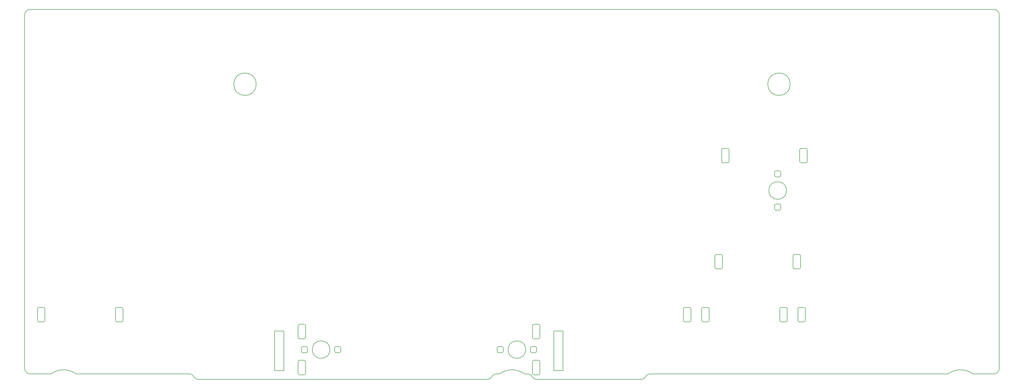
<source format=gbr>
%TF.GenerationSoftware,KiCad,Pcbnew,8.0.4*%
%TF.CreationDate,2024-08-25T19:59:21+07:00*%
%TF.ProjectId,NCR80 ALPS SKFL,4e435238-3020-4414-9c50-5320534b464c,rev?*%
%TF.SameCoordinates,Original*%
%TF.FileFunction,Profile,NP*%
%FSLAX46Y46*%
G04 Gerber Fmt 4.6, Leading zero omitted, Abs format (unit mm)*
G04 Created by KiCad (PCBNEW 8.0.4) date 2024-08-25 19:59:21*
%MOMM*%
%LPD*%
G01*
G04 APERTURE LIST*
%TA.AperFunction,Profile*%
%ADD10C,0.200000*%
%TD*%
G04 APERTURE END LIST*
D10*
X192375107Y-132750100D02*
G75*
G02*
X192878841Y-132250121I499993J0D01*
G01*
X110724900Y-134449705D02*
G75*
G02*
X110224895Y-133949700I0J500005D01*
G01*
X249416200Y-118175000D02*
G75*
G02*
X249916251Y-118682171I-100J-500200D01*
G01*
X109064893Y-137724700D02*
G75*
G02*
X109568216Y-137224704I500007J0D01*
G01*
X111734893Y-137724700D02*
X111734893Y-141934700D01*
X111924900Y-132249705D02*
G75*
G02*
X112424895Y-132749700I0J-499995D01*
G01*
X279887084Y-81575000D02*
X279887100Y-82775000D01*
X120450107Y-133350121D02*
G75*
G02*
X114150107Y-133350121I-3150000J0D01*
G01*
X114150107Y-133350121D02*
G75*
G02*
X120450107Y-133350121I3150000J0D01*
G01*
X15621250Y-122885000D02*
X15621250Y-118675000D01*
X284137500Y-76200000D02*
G75*
G02*
X277837500Y-76200000I-3150000J0D01*
G01*
X277837500Y-76200000D02*
G75*
G02*
X284137500Y-76200000I3150000J0D01*
G01*
X195235100Y-137224705D02*
G75*
G02*
X195735095Y-137724705I0J-499995D01*
G01*
X281587100Y-81075000D02*
X280383100Y-81075000D01*
X259008800Y-104335000D02*
G75*
G02*
X258508750Y-103841900I100J500200D01*
G01*
X18291250Y-122885030D02*
G75*
G02*
X17791280Y-123384950I-499950J30D01*
G01*
X291060000Y-61025000D02*
G75*
G02*
X291560000Y-61525000I0J-500000D01*
G01*
X287008800Y-104335000D02*
X288678750Y-104335000D01*
X195735107Y-141934700D02*
X195735107Y-137724705D01*
X112424893Y-133949700D02*
G75*
G02*
X111924893Y-134449693I-499993J0D01*
G01*
X180424893Y-132749700D02*
G75*
G02*
X180921436Y-132249705I500007J0D01*
G01*
X253746250Y-118675000D02*
G75*
G02*
X254246250Y-118174950I500050J0D01*
G01*
X284416250Y-122885000D02*
X284416250Y-118668029D01*
X291560000Y-65735000D02*
G75*
G02*
X291060000Y-66235000I-500000J0D01*
G01*
X256416250Y-122885000D02*
X256416250Y-118668029D01*
X16121250Y-123385000D02*
G75*
G02*
X15621300Y-122885000I50J500000D01*
G01*
X280387100Y-83275000D02*
G75*
G02*
X279887100Y-82775000I0J500000D01*
G01*
X284416250Y-122885000D02*
G75*
G02*
X283916250Y-123385050I-500050J0D01*
G01*
X110724900Y-134449705D02*
X111924893Y-134449705D01*
X195736607Y-128974200D02*
X195736607Y-124764205D01*
X29429783Y-142082421D02*
X69973400Y-142082421D01*
X281587500Y-69124786D02*
G75*
G02*
X282087500Y-69621059I0J-500014D01*
G01*
X123875100Y-132250121D02*
G75*
G02*
X124375079Y-132750121I0J-499979D01*
G01*
X122675100Y-134450121D02*
G75*
G02*
X122175106Y-133955296I0J500021D01*
G01*
X43621250Y-122877900D02*
X43621250Y-118675000D01*
X182624893Y-133949700D02*
X182624893Y-132749700D01*
X282087084Y-82775000D02*
X282087084Y-81571001D01*
X360445172Y-140082300D02*
X360445172Y-13124997D01*
X109564900Y-129474705D02*
G75*
G02*
X109064895Y-128974700I0J500005D01*
G01*
X109564900Y-142434705D02*
G75*
G02*
X109064895Y-141934700I0J500005D01*
G01*
X109564900Y-129474705D02*
X111234893Y-129474705D01*
X180924900Y-134449705D02*
X182124893Y-134449705D01*
X110224893Y-132749700D02*
X110224893Y-133949700D01*
X281587500Y-69124786D02*
X280387500Y-69124800D01*
X279887084Y-81575000D02*
G75*
G02*
X280383100Y-81075000I500016J0D01*
G01*
X360445172Y-140082300D02*
G75*
G02*
X358459283Y-142082421I-2000172J0D01*
G01*
X260678700Y-99125000D02*
G75*
G02*
X261178749Y-99618029I-100J-500200D01*
G01*
X194075100Y-132250121D02*
G75*
G02*
X194575079Y-132750121I0J-499979D01*
G01*
X263560000Y-65735000D02*
G75*
G02*
X263060000Y-66235000I-500000J0D01*
G01*
X280387500Y-71324786D02*
X281591105Y-71324786D01*
X111234900Y-124264705D02*
G75*
G02*
X111734895Y-124764700I0J-499995D01*
G01*
X200749997Y-126684221D02*
X200749997Y-140883521D01*
X261178750Y-103835000D02*
X261178750Y-99618029D01*
X124377624Y-133950100D02*
G75*
G02*
X123825000Y-134450120I-502524J0D01*
G01*
X100647997Y-126684221D02*
X103947997Y-126684221D01*
X191237700Y-142082421D02*
G75*
G02*
X192969731Y-143082408I0J-1999979D01*
G01*
X195235100Y-137224705D02*
X193565100Y-137224705D01*
X94018896Y-37984392D02*
G75*
G02*
X86018896Y-37984392I-4000000J0D01*
G01*
X86018896Y-37984392D02*
G75*
G02*
X94018896Y-37984392I4000000J0D01*
G01*
X204049997Y-140883521D02*
X204049997Y-126684221D01*
X358445200Y-11124997D02*
G75*
G02*
X360445203Y-13124997I0J-2000003D01*
G01*
X247246250Y-118675000D02*
G75*
G02*
X247746250Y-118174950I500050J0D01*
G01*
X103947997Y-140883521D02*
X100647997Y-140883521D01*
X180924900Y-134449705D02*
G75*
G02*
X180424895Y-133949700I0J500005D01*
G01*
X109064893Y-141934700D02*
X109064893Y-137724700D01*
X260890000Y-61525000D02*
X260890000Y-65735000D01*
X69973400Y-142082421D02*
G75*
G02*
X71705441Y-143082425I0J-1999979D01*
G01*
X111734893Y-128974700D02*
G75*
G02*
X111234893Y-129474693I-499993J0D01*
G01*
X190176788Y-142082421D02*
X191237700Y-142082421D01*
X20558031Y-142082421D02*
G75*
G02*
X29429783Y-142082421I4435876J-5895308D01*
G01*
X282087500Y-70824800D02*
G75*
G02*
X281591105Y-71324787I-500000J0D01*
G01*
X111234900Y-137224705D02*
G75*
G02*
X111734895Y-137724700I0J-499995D01*
G01*
X123875100Y-132250121D02*
X122671359Y-132250121D01*
X111734893Y-141934700D02*
G75*
G02*
X111234893Y-142434693I-499993J0D01*
G01*
X182124900Y-132249705D02*
X180921436Y-132249705D01*
X282087500Y-70824800D02*
X282087500Y-69621059D01*
X73437500Y-144082421D02*
G75*
G02*
X71705440Y-143082426I0J2000021D01*
G01*
X180424893Y-132749700D02*
X180424893Y-133949700D01*
X16121250Y-118175000D02*
X17791200Y-118175000D01*
X282087084Y-82775000D02*
G75*
G02*
X281587084Y-83274984I-499984J0D01*
G01*
X193066607Y-124764200D02*
G75*
G02*
X193566600Y-124264207I499993J0D01*
G01*
X190649893Y-133350121D02*
G75*
G02*
X184349893Y-133350121I-3150000J0D01*
G01*
X184349893Y-133350121D02*
G75*
G02*
X190649893Y-133350121I3150000J0D01*
G01*
X283916100Y-118175000D02*
X282246250Y-118175000D01*
X288678600Y-99125000D02*
G75*
G02*
X289178749Y-99618029I0J-500200D01*
G01*
X247246250Y-122877900D02*
X247246250Y-118675000D01*
X281746250Y-118675000D02*
X281746250Y-122891900D01*
X285456432Y-37984392D02*
G75*
G02*
X277456432Y-37984392I-4000000J0D01*
G01*
X277456432Y-37984392D02*
G75*
G02*
X285456432Y-37984392I4000000J0D01*
G01*
X195236600Y-124264205D02*
G75*
G02*
X195736595Y-124764205I0J-499995D01*
G01*
X282246400Y-123385000D02*
X283916250Y-123385000D01*
X44121250Y-118175000D02*
X45791200Y-118175000D01*
X182124900Y-132249705D02*
G75*
G02*
X182624895Y-132749700I0J-499995D01*
G01*
X280387500Y-71324786D02*
G75*
G02*
X279887514Y-70824786I0J499986D01*
G01*
X291560000Y-61525000D02*
X291560000Y-65735000D01*
X193065107Y-137724700D02*
X193065107Y-141938016D01*
X192878841Y-132250121D02*
X194075100Y-132250121D01*
X194575107Y-132750121D02*
X194575107Y-133950100D01*
X260890000Y-61525000D02*
G75*
G02*
X261390000Y-61025000I500000J0D01*
G01*
X180243924Y-142082421D02*
X181298532Y-142082421D01*
X182624893Y-133949700D02*
G75*
G02*
X182124893Y-134449693I-499993J0D01*
G01*
X358445200Y-11124997D02*
X13025022Y-11124997D01*
X261178750Y-103835000D02*
G75*
G02*
X260678750Y-104335050I-500050J0D01*
G01*
X233630449Y-143082421D02*
G75*
G02*
X235369133Y-142082421I1732051J-999979D01*
G01*
X263060000Y-61025000D02*
X261390000Y-61025000D01*
X286508750Y-99625000D02*
G75*
G02*
X287008750Y-99124950I500050J0D01*
G01*
X247746250Y-118175000D02*
X249416200Y-118175000D01*
X13025021Y-142082421D02*
G75*
G02*
X11025019Y-140082421I-1J2000001D01*
G01*
X11025022Y-13124996D02*
X11025022Y-140082421D01*
X122175107Y-132750100D02*
X122175107Y-133955296D01*
X288746300Y-123385000D02*
G75*
G02*
X288246250Y-122891900I100J500200D01*
G01*
X46291250Y-118682171D02*
X46291250Y-122885000D01*
X200749997Y-140883521D02*
X204049997Y-140883521D01*
X15621250Y-118675000D02*
G75*
G02*
X16121250Y-118174950I500050J0D01*
G01*
X279887500Y-69624800D02*
X279887500Y-70824786D01*
X193066607Y-124764200D02*
X193066607Y-128977516D01*
X17791280Y-123385000D02*
X16121250Y-123385000D01*
X109568216Y-137224705D02*
X111234900Y-137224705D01*
X193565100Y-142434705D02*
G75*
G02*
X193065106Y-141938016I0J500005D01*
G01*
X263060000Y-61025000D02*
G75*
G02*
X263560000Y-61525000I0J-500000D01*
G01*
X290416100Y-118175000D02*
G75*
G02*
X290916249Y-118668029I0J-500200D01*
G01*
X258508750Y-99625000D02*
X258508750Y-103841900D01*
X289178750Y-103835000D02*
X289178750Y-99618029D01*
X17791200Y-118175000D02*
G75*
G02*
X18291251Y-118682171I-100J-500200D01*
G01*
X193566600Y-129474205D02*
X195236600Y-129474205D01*
X260678700Y-99125000D02*
X259008750Y-99125000D01*
X342042293Y-142082421D02*
G75*
G02*
X350920519Y-142082421I4439113J-5895272D01*
G01*
X192875100Y-134450121D02*
G75*
G02*
X192375106Y-133944904I0J500021D01*
G01*
X290916250Y-122885000D02*
G75*
G02*
X290416250Y-123385050I-500050J0D01*
G01*
X11025022Y-13124996D02*
G75*
G02*
X13025022Y-11125002I1999998J-4D01*
G01*
X100647997Y-140883521D02*
X100647997Y-126684221D01*
X288890000Y-65735000D02*
X288890000Y-61525000D01*
X247746400Y-123385000D02*
G75*
G02*
X247246248Y-122877900I0J500200D01*
G01*
X194701800Y-144082421D02*
G75*
G02*
X192969730Y-143082408I0J2000021D01*
G01*
X194575107Y-133950100D02*
G75*
G02*
X194075100Y-134450107I-500007J0D01*
G01*
X194701800Y-144082421D02*
X231898398Y-144082421D01*
X288746300Y-123385000D02*
X290416250Y-123385000D01*
X235369133Y-142082421D02*
X342042293Y-142082421D01*
X46291250Y-122885000D02*
G75*
G02*
X45791250Y-123385050I-500050J0D01*
G01*
X289390000Y-61025000D02*
X291060000Y-61025000D01*
X288678600Y-99125000D02*
X287008750Y-99125000D01*
X122175107Y-132750100D02*
G75*
G02*
X122671359Y-132250121I499993J0D01*
G01*
X255916100Y-118175000D02*
G75*
G02*
X256416249Y-118668029I0J-500200D01*
G01*
X110224893Y-132749700D02*
G75*
G02*
X110721584Y-132249704I500007J0D01*
G01*
X290416100Y-118175000D02*
X288746250Y-118175000D01*
X291060000Y-66235000D02*
X289390000Y-66235000D01*
X178505607Y-143082421D02*
G75*
G02*
X176773500Y-144082409I-1732107J1000121D01*
G01*
X178505607Y-143082421D02*
G75*
G02*
X180243924Y-142082421I1731993J-999879D01*
G01*
X282246400Y-123385000D02*
G75*
G02*
X281746250Y-122891900I0J500200D01*
G01*
X45791250Y-123385000D02*
X44121300Y-123385000D01*
X111924900Y-132249705D02*
X110721584Y-132249705D01*
X109064893Y-124764700D02*
G75*
G02*
X109561436Y-124264705I500007J0D01*
G01*
X195736607Y-128974200D02*
G75*
G02*
X195236600Y-129474207I-500007J0D01*
G01*
X111234893Y-142434705D02*
X109564900Y-142434705D01*
X281746250Y-118675000D02*
G75*
G02*
X282246250Y-118174950I500050J0D01*
G01*
X289178750Y-103835000D02*
G75*
G02*
X288678750Y-104335050I-500050J0D01*
G01*
X44121300Y-123385000D02*
G75*
G02*
X43621248Y-122877900I100J500200D01*
G01*
X43621250Y-118675000D02*
G75*
G02*
X44121250Y-118174950I500050J0D01*
G01*
X253746250Y-118675000D02*
X253746250Y-122891900D01*
X289390000Y-66235000D02*
G75*
G02*
X288890000Y-65735000I0J500000D01*
G01*
X45791200Y-118175000D02*
G75*
G02*
X46291251Y-118682171I-100J-500200D01*
G01*
X111234900Y-124264705D02*
X109561436Y-124264705D01*
X286508750Y-99625000D02*
X286508750Y-103841900D01*
X279887500Y-69624800D02*
G75*
G02*
X280387500Y-69124800I500000J0D01*
G01*
X111734893Y-128974700D02*
X111734893Y-124764700D01*
X281587100Y-81075000D02*
G75*
G02*
X282087084Y-81571001I0J-500000D01*
G01*
X249916250Y-122885000D02*
G75*
G02*
X249416250Y-123385050I-500050J0D01*
G01*
X195236600Y-124264205D02*
X193566600Y-124264205D01*
X290916250Y-122885000D02*
X290916250Y-118668029D01*
X122675100Y-134450121D02*
X123825000Y-134450121D01*
X181298532Y-142082421D02*
G75*
G02*
X190176788Y-142082421I4439128J-5895316D01*
G01*
X288246250Y-118675000D02*
G75*
G02*
X288746250Y-118174950I500050J0D01*
G01*
X103947997Y-126684221D02*
X103947997Y-140883521D01*
X195735107Y-141934700D02*
G75*
G02*
X195235100Y-142434707I-500007J0D01*
G01*
X112424893Y-133949700D02*
X112424893Y-132749700D01*
X233630449Y-143082421D02*
G75*
G02*
X231898398Y-144082409I-1732049J1000021D01*
G01*
X283916100Y-118175000D02*
G75*
G02*
X284416249Y-118668029I0J-500200D01*
G01*
X193065107Y-137724700D02*
G75*
G02*
X193565100Y-137224707I499993J0D01*
G01*
X263560000Y-65735000D02*
X263560000Y-61525000D01*
X261390000Y-66235000D02*
X263060000Y-66235000D01*
X280387100Y-83275000D02*
X281587084Y-83275000D01*
X249416250Y-123385000D02*
X247746400Y-123385000D01*
X193566600Y-129474205D02*
G75*
G02*
X193066606Y-128977516I0J500005D01*
G01*
X109064893Y-124764700D02*
X109064893Y-128974700D01*
X204049997Y-126684221D02*
X200749997Y-126684221D01*
X256416250Y-122885000D02*
G75*
G02*
X255916250Y-123385050I-500050J0D01*
G01*
X73437500Y-144082421D02*
X176773500Y-144082409D01*
X124375107Y-133950100D02*
X124375107Y-132750121D01*
X193565100Y-142434705D02*
X195235100Y-142434705D01*
X254246300Y-123385000D02*
X255916250Y-123385000D01*
X13025021Y-142082421D02*
X20558031Y-142082421D01*
X192375107Y-133944904D02*
X192375107Y-132750100D01*
X288890000Y-61525000D02*
G75*
G02*
X289390000Y-61025000I500000J0D01*
G01*
X255916100Y-118175000D02*
X254246250Y-118175000D01*
X18291250Y-118682171D02*
X18291250Y-122885030D01*
X194075100Y-134450121D02*
X192875100Y-134450121D01*
X350920519Y-142082421D02*
X358459283Y-142082421D01*
X288246250Y-118675000D02*
X288246250Y-122891900D01*
X261390000Y-66235000D02*
G75*
G02*
X260890000Y-65735000I0J500000D01*
G01*
X258508750Y-99625000D02*
G75*
G02*
X259008750Y-99124950I500050J0D01*
G01*
X249916250Y-118682171D02*
X249916250Y-122885000D01*
X259008800Y-104335000D02*
X260678750Y-104335000D01*
X254246300Y-123385000D02*
G75*
G02*
X253746250Y-122891900I100J500200D01*
G01*
X287008800Y-104335000D02*
G75*
G02*
X286508750Y-103841900I100J500200D01*
G01*
M02*

</source>
